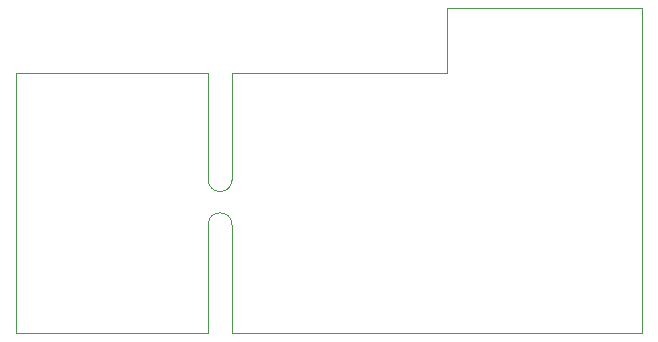
<source format=gbr>
%TF.GenerationSoftware,KiCad,Pcbnew,(6.0.2-0)*%
%TF.CreationDate,2022-04-06T10:25:11+01:00*%
%TF.ProjectId,Bell2,42656c6c-322e-46b6-9963-61645f706362,2*%
%TF.SameCoordinates,Original*%
%TF.FileFunction,Profile,NP*%
%FSLAX46Y46*%
G04 Gerber Fmt 4.6, Leading zero omitted, Abs format (unit mm)*
G04 Created by KiCad (PCBNEW (6.0.2-0)) date 2022-04-06 10:25:11*
%MOMM*%
%LPD*%
G01*
G04 APERTURE LIST*
%TA.AperFunction,Profile*%
%ADD10C,0.100000*%
%TD*%
G04 APERTURE END LIST*
D10*
X73250000Y-38500000D02*
X73250000Y-47500000D01*
X73250000Y-60500000D02*
X73250000Y-51300000D01*
X108000000Y-60500000D02*
X73250000Y-60500000D01*
X71250000Y-51300000D02*
X71250000Y-60500000D01*
X55000000Y-60500000D02*
X55000000Y-38500000D01*
X71250000Y-60500000D02*
X55000000Y-60500000D01*
X91500000Y-33000000D02*
X108000000Y-33000000D01*
X71250000Y-47500000D02*
X71250000Y-38500000D01*
X55000000Y-38500000D02*
X71250000Y-38500000D01*
X91500000Y-38500000D02*
X91500000Y-33000000D01*
X73250000Y-38500000D02*
X91500000Y-38500000D01*
X73250000Y-51300000D02*
G75*
G03*
X71250000Y-51300000I-1000000J0D01*
G01*
X71250000Y-47500000D02*
G75*
G03*
X73250000Y-47500000I1000000J0D01*
G01*
X108000000Y-33000000D02*
X108000000Y-60500000D01*
M02*

</source>
